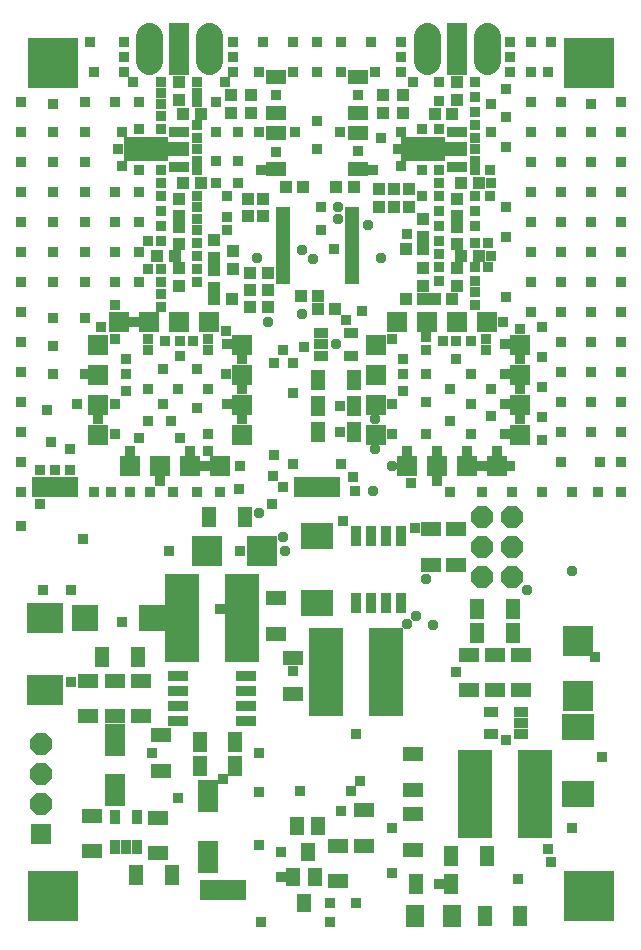
<source format=gts>
G75*
G70*
%OFA0B0*%
%FSLAX24Y24*%
%IPPOS*%
%LPD*%
%AMOC8*
5,1,8,0,0,1.08239X$1,22.5*
%
%ADD10R,0.0710X0.0710*%
%ADD11OC8,0.0710*%
%ADD12R,0.0671X0.1064*%
%ADD13R,0.0474X0.0710*%
%ADD14R,0.0710X0.0474*%
%ADD15R,0.0356X0.0513*%
%ADD16R,0.0513X0.0356*%
%ADD17R,0.1064X0.0867*%
%ADD18R,0.1020X0.1020*%
%ADD19R,0.1123X0.2954*%
%ADD20R,0.0867X0.0907*%
%ADD21R,0.0710X0.0336*%
%ADD22R,0.1220X0.1020*%
%ADD23R,0.0336X0.0710*%
%ADD24R,0.0598X0.0741*%
%ADD25R,0.0680X0.0680*%
%ADD26R,0.0521X0.0710*%
%ADD27R,0.0395X0.0395*%
%ADD28R,0.1480X0.0830*%
%ADD29R,0.0808X0.0460*%
%ADD30R,0.0680X0.0360*%
%ADD31C,0.0905*%
%ADD32R,0.0680X0.1730*%
%ADD33R,0.0474X0.0631*%
%ADD34R,0.0474X0.0277*%
%ADD35R,0.0370X0.0370*%
%ADD36C,0.0370*%
%ADD37R,0.1661X0.1661*%
D10*
X001941Y004379D03*
D11*
X001941Y005379D03*
X001941Y006379D03*
X001941Y007379D03*
X016629Y012941D03*
X016629Y013941D03*
X016629Y014941D03*
X017629Y014941D03*
X017629Y013941D03*
X017629Y012941D03*
D12*
X007504Y005650D03*
X007504Y003608D03*
X004379Y005832D03*
X004379Y007488D03*
D13*
X003976Y010254D03*
X005157Y010254D03*
X007226Y007441D03*
X007226Y006629D03*
X008407Y006629D03*
X008407Y007441D03*
X006282Y003004D03*
X005101Y003004D03*
X007539Y014941D03*
X008720Y014941D03*
X011163Y017754D03*
X011163Y018629D03*
X011163Y019504D03*
X012344Y019504D03*
X012344Y018629D03*
X012344Y017754D03*
X016476Y011879D03*
X016476Y011067D03*
X017657Y011067D03*
X017657Y011879D03*
X016782Y003629D03*
X015601Y003629D03*
X015594Y002691D03*
X014413Y002691D03*
X016726Y001629D03*
X017907Y001629D03*
D14*
X014317Y003851D03*
X014317Y005032D03*
X014317Y005851D03*
X014317Y007032D03*
X012691Y005157D03*
X012691Y003976D03*
X011817Y003969D03*
X011817Y002788D03*
X010317Y009038D03*
X010317Y010219D03*
X009754Y011038D03*
X009754Y012219D03*
X005941Y007657D03*
X005254Y008288D03*
X004379Y008288D03*
X003504Y008288D03*
X003504Y009469D03*
X004379Y009469D03*
X005254Y009469D03*
X005941Y006476D03*
X005817Y004907D03*
X005817Y003726D03*
X003629Y003788D03*
X003629Y004969D03*
X014941Y013351D03*
X014941Y014532D03*
X015754Y014532D03*
X015754Y013351D03*
X016191Y010344D03*
X016191Y009163D03*
X017067Y009163D03*
X017067Y010344D03*
X017941Y010344D03*
X017941Y009163D03*
X012504Y026539D03*
X012504Y027720D03*
X012504Y028413D03*
X012504Y029594D03*
X009754Y029594D03*
X009754Y028413D03*
X009754Y027720D03*
X009754Y026539D03*
D15*
X005129Y004941D03*
X004378Y004941D03*
X004379Y003941D03*
X004754Y003941D03*
X005128Y003941D03*
D16*
X011254Y020317D03*
X011254Y020692D03*
X011254Y021067D03*
X012254Y021067D03*
X012254Y020317D03*
X016941Y008441D03*
X016941Y007691D03*
X017941Y007691D03*
X017941Y008066D03*
X017941Y008441D03*
D17*
X019817Y007942D03*
X019817Y005692D03*
X011129Y012067D03*
X011129Y014317D03*
D18*
X009289Y013817D03*
X007459Y013817D03*
X019817Y010799D03*
X019817Y008969D03*
D19*
X018379Y005691D03*
X016379Y005691D03*
X013441Y009754D03*
X011441Y009754D03*
X008629Y011567D03*
X006629Y011567D03*
D20*
X005628Y011567D03*
X003378Y011567D03*
D21*
X006504Y009629D03*
X006504Y009129D03*
X006504Y008629D03*
X006504Y008129D03*
X008754Y008129D03*
X008754Y008629D03*
X008754Y009129D03*
X008754Y009629D03*
D22*
X002067Y009179D03*
X002067Y011579D03*
D23*
X012441Y012067D03*
X012941Y012067D03*
X013441Y012067D03*
X013941Y012067D03*
X013941Y014317D03*
X013441Y014317D03*
X012941Y014317D03*
X012441Y014317D03*
D24*
X014387Y001629D03*
X015621Y001629D03*
D25*
X015129Y016629D03*
X016129Y016629D03*
X017129Y016629D03*
X017879Y017679D03*
X017879Y018679D03*
X017879Y019679D03*
X017879Y020679D03*
X016779Y021429D03*
X015779Y021429D03*
X014779Y021429D03*
X013779Y021429D03*
X013079Y020679D03*
X013079Y019679D03*
X013079Y018679D03*
X013079Y017679D03*
X014129Y016629D03*
X008629Y017679D03*
X008629Y018679D03*
X008629Y019679D03*
X008629Y020679D03*
X007529Y021429D03*
X006529Y021429D03*
X005529Y021429D03*
X004529Y021429D03*
X003829Y020679D03*
X003829Y019679D03*
X003829Y018679D03*
X003829Y017679D03*
X004879Y016629D03*
X005879Y016629D03*
X006879Y016629D03*
X007879Y016629D03*
D26*
X010629Y015941D03*
X011129Y015941D03*
X011629Y015941D03*
X002879Y015941D03*
X002379Y015941D03*
X001879Y015941D03*
X007504Y002504D03*
X008004Y002504D03*
X008504Y002504D03*
D27*
X008896Y021941D03*
X008896Y022504D03*
X008896Y023067D03*
X009487Y023067D03*
X009487Y022504D03*
X009487Y021941D03*
X010583Y022317D03*
X011174Y022317D03*
X011146Y021879D03*
X011737Y021879D03*
X014083Y022191D03*
X014674Y022191D03*
X015044Y022191D03*
X014673Y022646D03*
X014673Y023237D03*
X014674Y023879D03*
X014673Y024271D03*
X014673Y024862D03*
X014191Y025271D03*
X014191Y025862D03*
X013691Y025862D03*
X013691Y025271D03*
X013191Y025271D03*
X013191Y025862D03*
X012362Y025941D03*
X011771Y025941D03*
X010674Y025941D03*
X010083Y025941D03*
X009317Y025549D03*
X009317Y024959D03*
X008817Y024959D03*
X008817Y025549D03*
X007709Y024174D03*
X007709Y023583D03*
X007709Y023174D03*
X007709Y022583D03*
X007709Y022191D03*
X008299Y022191D03*
X008317Y023209D03*
X008317Y023799D03*
X006529Y024021D03*
X006386Y023629D03*
X006529Y023237D03*
X006529Y022646D03*
X005795Y023629D03*
X006529Y024612D03*
X006529Y024959D03*
X006529Y025549D03*
X006669Y026067D03*
X007260Y026067D03*
X007258Y028379D03*
X006667Y028379D03*
X006529Y028834D03*
X006529Y029424D03*
X008254Y028987D03*
X008254Y028396D03*
X008941Y028396D03*
X008941Y028987D03*
X013317Y028987D03*
X013317Y028396D03*
X014004Y028396D03*
X014004Y028987D03*
X015044Y028379D03*
X015635Y028379D03*
X015779Y028834D03*
X015779Y029424D03*
X015921Y026067D03*
X015779Y025549D03*
X015779Y024959D03*
X015779Y024612D03*
X015779Y024021D03*
X015921Y023629D03*
X015779Y023237D03*
X015779Y022646D03*
X015635Y022191D03*
X016512Y023629D03*
X016512Y026067D03*
X014083Y023879D03*
D28*
X014663Y027191D03*
X005413Y027191D03*
D29*
X006465Y027191D03*
X015715Y027191D03*
D30*
X015779Y026601D03*
X015779Y027782D03*
X006529Y027782D03*
X006529Y026601D03*
D31*
X007529Y030129D02*
X007529Y030954D01*
X005529Y030954D02*
X005529Y030129D01*
X014779Y030129D02*
X014779Y030954D01*
X016779Y030954D02*
X016779Y030129D01*
D32*
X015779Y030541D03*
X006529Y030541D03*
D33*
X010462Y004629D03*
X011171Y004629D03*
X010817Y003763D03*
X011046Y002941D03*
X010691Y002075D03*
X010337Y002941D03*
D34*
X010004Y022827D03*
X010004Y023083D03*
X010004Y023339D03*
X010004Y023594D03*
X010004Y023850D03*
X010004Y024106D03*
X010004Y024362D03*
X010004Y024618D03*
X010004Y024874D03*
X010004Y025130D03*
X012287Y025130D03*
X012287Y024874D03*
X012287Y024618D03*
X012287Y024362D03*
X012287Y024106D03*
X012287Y023850D03*
X012287Y023594D03*
X012287Y023339D03*
X012287Y023083D03*
X012287Y022827D03*
D35*
X012629Y021817D03*
X012083Y021504D03*
X010691Y020606D03*
X010317Y020067D03*
X010004Y020504D03*
X009691Y020067D03*
X010317Y019067D03*
X009691Y017004D03*
X009668Y016317D03*
X010004Y015941D03*
X009629Y015379D03*
X010317Y016691D03*
X008567Y016629D03*
X008527Y015872D03*
X007879Y015754D03*
X007379Y016629D03*
X007504Y017129D03*
X007504Y017691D03*
X006879Y017129D03*
X006567Y017567D03*
X006254Y018129D03*
X006004Y018691D03*
X006504Y019191D03*
X006004Y019879D03*
X005504Y020504D03*
X005504Y020879D03*
X006067Y020817D03*
X006567Y020817D03*
X007004Y020817D03*
X007504Y020879D03*
X007504Y020504D03*
X007129Y019879D03*
X006567Y020317D03*
X007504Y019191D03*
X007129Y018567D03*
X008090Y019691D03*
X008629Y019191D03*
X008129Y018691D03*
X008629Y018191D03*
X008629Y020191D03*
X008129Y020691D03*
X008090Y021129D03*
X007129Y022754D03*
X007129Y023191D03*
X007129Y023629D03*
X007129Y024067D03*
X007129Y024504D03*
X007129Y024879D03*
X007129Y025254D03*
X007129Y025629D03*
X007129Y026504D03*
X007129Y026817D03*
X007129Y027191D03*
X007129Y027567D03*
X007129Y028004D03*
X007129Y028754D03*
X007129Y029067D03*
X007129Y029441D03*
X007754Y028754D03*
X008067Y029441D03*
X008317Y029754D03*
X008317Y030254D03*
X008317Y030754D03*
X009191Y029754D03*
X009754Y029004D03*
X010317Y029754D03*
X010317Y030754D03*
X011129Y030754D03*
X011129Y029754D03*
X011941Y029754D03*
X012504Y029004D03*
X013067Y029754D03*
X013941Y029754D03*
X014317Y029441D03*
X013941Y030254D03*
X013941Y030754D03*
X012941Y030754D03*
X011941Y030754D03*
X011129Y028129D03*
X011879Y027754D03*
X012504Y027129D03*
X013004Y026504D03*
X013941Y026629D03*
X013817Y027191D03*
X014379Y027191D03*
X013941Y027754D03*
X013254Y027567D03*
X014629Y027879D03*
X015191Y027879D03*
X015191Y028817D03*
X015191Y029441D03*
X016379Y029441D03*
X016379Y028941D03*
X016379Y028441D03*
X016379Y028004D03*
X016379Y027567D03*
X016379Y027191D03*
X016379Y026817D03*
X016379Y026504D03*
X015941Y027191D03*
X015504Y027191D03*
X015004Y027191D03*
X015191Y026504D03*
X015191Y026067D03*
X015191Y025629D03*
X015191Y025129D03*
X015191Y024629D03*
X015191Y024129D03*
X015191Y023691D03*
X015191Y023254D03*
X015191Y022817D03*
X016379Y022817D03*
X016379Y022441D03*
X016379Y022004D03*
X016754Y020879D03*
X016754Y020504D03*
X016254Y020817D03*
X015754Y020817D03*
X015317Y020817D03*
X015754Y020191D03*
X016254Y019691D03*
X016941Y019191D03*
X017379Y018691D03*
X016941Y018317D03*
X017379Y017691D03*
X017129Y017129D03*
X017567Y016629D03*
X017629Y015754D03*
X018629Y015754D03*
X019254Y016754D03*
X018629Y017504D03*
X018629Y018254D03*
X017879Y018191D03*
X017879Y019191D03*
X017379Y019691D03*
X017879Y020191D03*
X017379Y020691D03*
X017879Y021191D03*
X018254Y021754D03*
X018629Y021254D03*
X019254Y021754D03*
X019254Y022754D03*
X019254Y023754D03*
X019254Y024754D03*
X019254Y025754D03*
X019254Y026754D03*
X019254Y027754D03*
X019254Y028754D03*
X018817Y029754D03*
X018254Y029754D03*
X017567Y029754D03*
X017441Y029191D03*
X016941Y028691D03*
X017441Y028254D03*
X016941Y027754D03*
X017441Y027254D03*
X016879Y026504D03*
X016941Y026067D03*
X016879Y025629D03*
X017441Y025254D03*
X017441Y024254D03*
X016941Y023629D03*
X016817Y023254D03*
X016379Y023254D03*
X016379Y024067D03*
X016817Y024067D03*
X016379Y024629D03*
X016379Y025129D03*
X016379Y025629D03*
X014629Y025629D03*
X014629Y026504D03*
X014129Y024379D03*
X011691Y023879D03*
X011254Y024504D03*
X011254Y025254D03*
X011129Y027191D03*
X010379Y027754D03*
X009754Y027113D03*
X009254Y026504D03*
X008504Y026817D03*
X008504Y026067D03*
X008129Y025629D03*
X007754Y026067D03*
X007754Y026817D03*
X007754Y027754D03*
X008504Y027754D03*
X009191Y027754D03*
X008129Y024941D03*
X008129Y024504D03*
X006691Y027191D03*
X006254Y027191D03*
X005754Y027191D03*
X005191Y027191D03*
X005191Y026504D03*
X005191Y025754D03*
X005941Y025629D03*
X005941Y026067D03*
X005941Y026504D03*
X005941Y025129D03*
X005941Y024629D03*
X005941Y024129D03*
X005504Y024129D03*
X005191Y023754D03*
X005504Y023191D03*
X005191Y022754D03*
X005941Y022754D03*
X005941Y022379D03*
X005941Y021941D03*
X005028Y021441D03*
X004379Y020879D03*
X003941Y021254D03*
X003379Y021567D03*
X004379Y022004D03*
X004379Y022754D03*
X004379Y023754D03*
X004379Y024754D03*
X004379Y025754D03*
X004629Y026629D03*
X004504Y027191D03*
X004629Y027754D03*
X005191Y027879D03*
X005191Y028754D03*
X005004Y029441D03*
X004691Y029754D03*
X004691Y030254D03*
X004691Y030754D03*
X003691Y029754D03*
X003567Y030754D03*
X003379Y028754D03*
X003379Y027754D03*
X003379Y026754D03*
X003379Y025754D03*
X003379Y024754D03*
X003379Y023754D03*
X003379Y022754D03*
X002317Y022754D03*
X002317Y023754D03*
X002317Y024754D03*
X002317Y025754D03*
X002317Y026754D03*
X002317Y027754D03*
X002317Y028691D03*
X001254Y028754D03*
X001254Y027754D03*
X001254Y026754D03*
X001254Y025754D03*
X001254Y024754D03*
X001254Y023754D03*
X001254Y022754D03*
X001254Y021754D03*
X001254Y020754D03*
X001254Y019754D03*
X001254Y018754D03*
X001254Y017754D03*
X001254Y016754D03*
X001879Y016504D03*
X002379Y016504D03*
X002879Y016504D03*
X002879Y017191D03*
X002254Y017441D03*
X002129Y018504D03*
X002317Y019691D03*
X002317Y020629D03*
X002317Y021567D03*
X003379Y019691D03*
X003129Y018691D03*
X003817Y018191D03*
X004379Y017691D03*
X004879Y017129D03*
X005191Y017567D03*
X005504Y018129D03*
X005504Y019191D03*
X004754Y019129D03*
X004754Y019691D03*
X004754Y020191D03*
X004379Y018691D03*
X005879Y016129D03*
X005567Y015754D03*
X004879Y015754D03*
X004254Y015754D03*
X003691Y015754D03*
X003317Y014191D03*
X002941Y012504D03*
X002004Y012504D03*
X001254Y014629D03*
X001879Y015379D03*
X001254Y015754D03*
X004629Y011441D03*
X002941Y009441D03*
X005629Y007067D03*
X006504Y005567D03*
X008004Y006191D03*
X009191Y005754D03*
X009191Y007067D03*
X010567Y005817D03*
X009941Y003754D03*
X009941Y002941D03*
X009191Y004004D03*
X009254Y001441D03*
X011567Y001441D03*
X011567Y002067D03*
X012441Y002067D03*
X013629Y003067D03*
X013629Y004567D03*
X012567Y006129D03*
X012254Y005817D03*
X011941Y005129D03*
X012441Y007691D03*
X010317Y009817D03*
X007879Y011879D03*
X008567Y013817D03*
X007129Y015754D03*
X006317Y015754D03*
X006191Y013817D03*
X011879Y017754D03*
X011879Y018629D03*
X011941Y016691D03*
X012317Y016254D03*
X012379Y015817D03*
X011983Y014800D03*
X014129Y017129D03*
X013629Y017691D03*
X013629Y018691D03*
X014004Y019129D03*
X014004Y019691D03*
X014004Y020191D03*
X013629Y020879D03*
X014754Y020941D03*
X014754Y020504D03*
X014754Y019691D03*
X014754Y018754D03*
X014754Y017691D03*
X015129Y017129D03*
X015129Y016129D03*
X015567Y015754D03*
X016629Y015754D03*
X016629Y016629D03*
X016129Y017129D03*
X016254Y017691D03*
X015567Y018129D03*
X016254Y018691D03*
X015567Y019191D03*
X017317Y021441D03*
X017441Y022254D03*
X018254Y022754D03*
X018254Y023754D03*
X018254Y024754D03*
X018254Y025754D03*
X018254Y026754D03*
X018254Y027754D03*
X018254Y028754D03*
X017567Y030254D03*
X017567Y030754D03*
X018254Y030754D03*
X018941Y030754D03*
X020254Y028691D03*
X020254Y027754D03*
X020254Y026754D03*
X020254Y025754D03*
X020254Y024754D03*
X020254Y023754D03*
X020254Y022754D03*
X020254Y021754D03*
X020254Y020754D03*
X020254Y019754D03*
X021254Y019754D03*
X021254Y020754D03*
X021254Y021754D03*
X021254Y022754D03*
X021254Y023754D03*
X021254Y024754D03*
X021254Y025754D03*
X021254Y026754D03*
X021254Y027754D03*
X021254Y028754D03*
X019254Y020754D03*
X018629Y020254D03*
X019254Y019754D03*
X018629Y019254D03*
X019254Y018754D03*
X019254Y017754D03*
X020254Y017754D03*
X020254Y018754D03*
X021254Y018754D03*
X021254Y017754D03*
X021254Y016754D03*
X020567Y016754D03*
X020504Y015754D03*
X021254Y015754D03*
X019629Y015754D03*
X020379Y010254D03*
X020629Y006941D03*
X019629Y004567D03*
X018817Y003879D03*
X018941Y003441D03*
X017817Y002879D03*
X015191Y002691D03*
X017441Y007504D03*
X015754Y009754D03*
X014379Y014567D03*
X014254Y016067D03*
X005941Y023191D03*
X005191Y024754D03*
X005941Y027879D03*
X005941Y028317D03*
X005941Y028691D03*
X005941Y029067D03*
X005941Y029441D03*
X004379Y028754D03*
X009317Y030754D03*
D36*
X011817Y025254D03*
X011817Y024879D03*
X011004Y023550D03*
X010629Y023839D03*
X009129Y023567D03*
X009504Y021441D03*
X010629Y021691D03*
X011754Y020691D03*
X013067Y018191D03*
X013067Y017191D03*
X013629Y016629D03*
X013004Y015817D03*
X014754Y012879D03*
X014441Y011629D03*
X014129Y011356D03*
X015004Y011333D03*
X018129Y012504D03*
X019629Y013129D03*
X013254Y023567D03*
X012833Y024668D03*
X009191Y015067D03*
X009997Y014254D03*
X010067Y013817D03*
D37*
X002317Y002317D03*
X020191Y002317D03*
X020191Y030067D03*
X002317Y030067D03*
M02*

</source>
